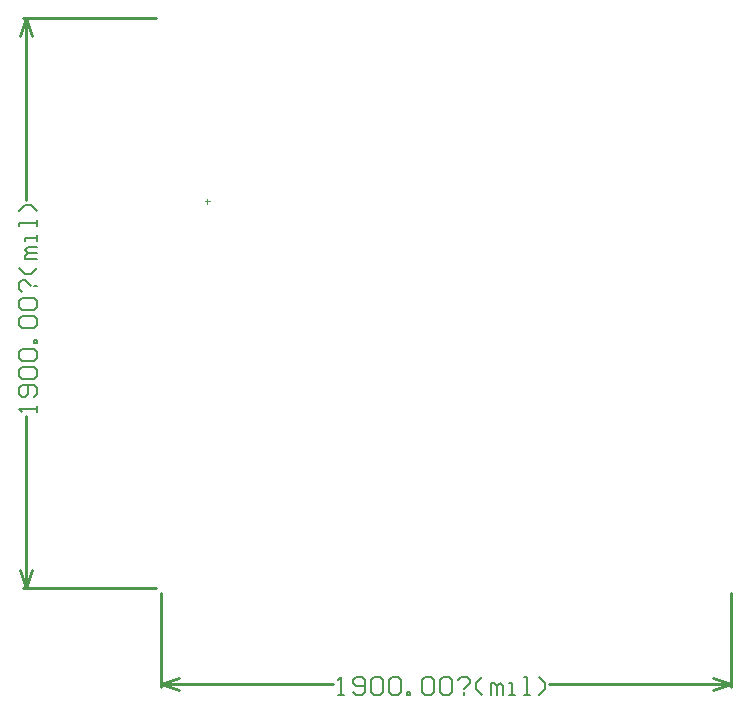
<source format=gm1>
%FSAX24Y24*%
%MOIN*%
G70*
G01*
G75*
G04 Layer_Color=16711935*
%ADD10R,0.0551X0.0433*%
%ADD11R,0.0433X0.0551*%
%ADD12R,0.1024X0.0945*%
%ADD13O,0.0118X0.0709*%
%ADD14O,0.0709X0.0118*%
%ADD15O,0.0591X0.0236*%
%ADD16O,0.0354X0.0118*%
%ADD17O,0.0118X0.0354*%
%ADD18R,0.1024X0.1024*%
%ADD19R,0.0197X0.0925*%
%ADD20R,0.0925X0.0984*%
%ADD21R,0.0787X0.0866*%
%ADD22R,0.0118X0.0177*%
%ADD23R,0.0177X0.0118*%
%ADD24R,0.0236X0.0126*%
%ADD25R,0.0126X0.0236*%
%ADD26R,0.0591X0.0591*%
%ADD27O,0.0984X0.0276*%
%ADD28C,0.0080*%
%ADD29C,0.0591*%
%ADD30R,0.0591X0.0591*%
%ADD31C,0.0512*%
%ADD32C,0.0240*%
%ADD33C,0.0260*%
%ADD34C,0.0098*%
%ADD35C,0.0079*%
%ADD36C,0.0236*%
%ADD37C,0.0020*%
%ADD38C,0.0100*%
%ADD39R,0.0631X0.0513*%
%ADD40R,0.0513X0.0631*%
%ADD41R,0.1104X0.1025*%
%ADD42O,0.0198X0.0789*%
%ADD43O,0.0789X0.0198*%
%ADD44O,0.0671X0.0316*%
%ADD45O,0.0434X0.0198*%
%ADD46O,0.0198X0.0434*%
%ADD47R,0.1104X0.1104*%
%ADD48R,0.0277X0.1005*%
%ADD49R,0.1005X0.1064*%
%ADD50R,0.0867X0.0946*%
%ADD51R,0.0198X0.0257*%
%ADD52R,0.0257X0.0198*%
%ADD53R,0.0316X0.0206*%
%ADD54R,0.0206X0.0316*%
%ADD55R,0.0671X0.0671*%
%ADD56O,0.1064X0.0356*%
%ADD57C,0.0671*%
%ADD58R,0.0671X0.0671*%
%ADD59C,0.0592*%
%ADD60C,0.0320*%
%ADD61C,0.0340*%
%ADD62C,0.0039*%
%ADD63C,0.0060*%
D38*
X039500Y027200D02*
Y030350D01*
X020500Y027200D02*
Y030350D01*
X033449Y027300D02*
X039500D01*
X020500D02*
X026231D01*
X038900Y027500D02*
X039500Y027300D01*
X038900Y027100D02*
X039500Y027300D01*
X020500D02*
X021100Y027100D01*
X020500Y027300D02*
X021100Y027500D01*
X015900Y049500D02*
X020350D01*
X015900Y030500D02*
X020350D01*
X016000Y043449D02*
Y049500D01*
Y030500D02*
Y036231D01*
X015800Y048900D02*
X016000Y049500D01*
X016200Y048900D01*
X016000Y030500D02*
X016200Y031100D01*
X015800D02*
X016000Y030500D01*
D62*
X021971Y043400D02*
X022129D01*
X022050Y043321D02*
Y043479D01*
D63*
X026391Y026940D02*
X026591D01*
X026491D01*
Y027540D01*
X026391Y027440D01*
X026891Y027040D02*
X026991Y026940D01*
X027191D01*
X027291Y027040D01*
Y027440D01*
X027191Y027540D01*
X026991D01*
X026891Y027440D01*
Y027340D01*
X026991Y027240D01*
X027291D01*
X027491Y027440D02*
X027591Y027540D01*
X027791D01*
X027891Y027440D01*
Y027040D01*
X027791Y026940D01*
X027591D01*
X027491Y027040D01*
Y027440D01*
X028091D02*
X028191Y027540D01*
X028390D01*
X028490Y027440D01*
Y027040D01*
X028390Y026940D01*
X028191D01*
X028091Y027040D01*
Y027440D01*
X028690Y026940D02*
Y027040D01*
X028790D01*
Y026940D01*
X028690D01*
X029190Y027440D02*
X029290Y027540D01*
X029490D01*
X029590Y027440D01*
Y027040D01*
X029490Y026940D01*
X029290D01*
X029190Y027040D01*
Y027440D01*
X029790D02*
X029890Y027540D01*
X030090D01*
X030190Y027440D01*
Y027040D01*
X030090Y026940D01*
X029890D01*
X029790Y027040D01*
Y027440D01*
X030390D02*
X030490Y027540D01*
X030690D01*
X030790Y027440D01*
Y027340D01*
X030590Y027140D01*
Y027040D02*
Y026940D01*
X031190D02*
X030990Y027140D01*
Y027340D01*
X031190Y027540D01*
X031489Y026940D02*
Y027340D01*
X031589D01*
X031689Y027240D01*
Y026940D01*
Y027240D01*
X031789Y027340D01*
X031889Y027240D01*
Y026940D01*
X032089D02*
X032289D01*
X032189D01*
Y027340D01*
X032089D01*
X032589Y026940D02*
X032789D01*
X032689D01*
Y027540D01*
X032589D01*
X033089Y026940D02*
X033289Y027140D01*
Y027340D01*
X033089Y027540D01*
X016360Y036391D02*
Y036591D01*
Y036491D01*
X015760D01*
X015860Y036391D01*
X016260Y036891D02*
X016360Y036991D01*
Y037191D01*
X016260Y037291D01*
X015860D01*
X015760Y037191D01*
Y036991D01*
X015860Y036891D01*
X015960D01*
X016060Y036991D01*
Y037291D01*
X015860Y037491D02*
X015760Y037591D01*
Y037791D01*
X015860Y037891D01*
X016260D01*
X016360Y037791D01*
Y037591D01*
X016260Y037491D01*
X015860D01*
Y038091D02*
X015760Y038191D01*
Y038390D01*
X015860Y038490D01*
X016260D01*
X016360Y038390D01*
Y038191D01*
X016260Y038091D01*
X015860D01*
X016360Y038690D02*
X016260D01*
Y038790D01*
X016360D01*
Y038690D01*
X015860Y039190D02*
X015760Y039290D01*
Y039490D01*
X015860Y039590D01*
X016260D01*
X016360Y039490D01*
Y039290D01*
X016260Y039190D01*
X015860D01*
Y039790D02*
X015760Y039890D01*
Y040090D01*
X015860Y040190D01*
X016260D01*
X016360Y040090D01*
Y039890D01*
X016260Y039790D01*
X015860D01*
Y040390D02*
X015760Y040490D01*
Y040690D01*
X015860Y040790D01*
X015960D01*
X016160Y040590D01*
X016260D02*
X016360D01*
Y041190D02*
X016160Y040990D01*
X015960D01*
X015760Y041190D01*
X016360Y041489D02*
X015960D01*
Y041589D01*
X016060Y041689D01*
X016360D01*
X016060D01*
X015960Y041789D01*
X016060Y041889D01*
X016360D01*
Y042089D02*
Y042289D01*
Y042189D01*
X015960D01*
Y042089D01*
X016360Y042589D02*
Y042789D01*
Y042689D01*
X015760D01*
Y042589D01*
X016360Y043089D02*
X016160Y043289D01*
X015960D01*
X015760Y043089D01*
M02*

</source>
